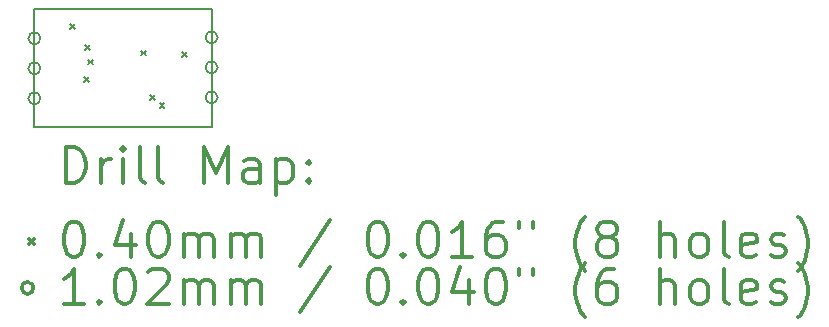
<source format=gbr>
%FSLAX45Y45*%
G04 Gerber Fmt 4.5, Leading zero omitted, Abs format (unit mm)*
G04 Created by KiCad (PCBNEW 4.0.7) date 06/11/18 20:50:23*
%MOMM*%
%LPD*%
G01*
G04 APERTURE LIST*
%ADD10C,0.127000*%
%ADD11C,0.150000*%
%ADD12C,0.200000*%
%ADD13C,0.300000*%
G04 APERTURE END LIST*
D10*
D11*
X10508000Y-11000000D02*
X10508000Y-10000000D01*
X12008000Y-10000000D02*
X12008000Y-11000000D01*
X12008000Y-11000000D02*
X10508000Y-11000000D01*
X10508000Y-10000000D02*
X12008000Y-10000000D01*
D12*
X10813000Y-10130000D02*
X10853000Y-10170000D01*
X10853000Y-10130000D02*
X10813000Y-10170000D01*
X10930000Y-10580000D02*
X10970000Y-10620000D01*
X10970000Y-10580000D02*
X10930000Y-10620000D01*
X10938000Y-10305000D02*
X10978000Y-10345000D01*
X10978000Y-10305000D02*
X10938000Y-10345000D01*
X10963000Y-10430000D02*
X11003000Y-10470000D01*
X11003000Y-10430000D02*
X10963000Y-10470000D01*
X11413000Y-10355000D02*
X11453000Y-10395000D01*
X11453000Y-10355000D02*
X11413000Y-10395000D01*
X11488000Y-10730000D02*
X11528000Y-10770000D01*
X11528000Y-10730000D02*
X11488000Y-10770000D01*
X11568000Y-10800000D02*
X11608000Y-10840000D01*
X11608000Y-10800000D02*
X11568000Y-10840000D01*
X11758000Y-10370000D02*
X11798000Y-10410000D01*
X11798000Y-10370000D02*
X11758000Y-10410000D01*
X10558800Y-10250000D02*
G75*
G03X10558800Y-10250000I-50800J0D01*
G01*
X10558800Y-10504000D02*
G75*
G03X10558800Y-10504000I-50800J0D01*
G01*
X10558800Y-10758000D02*
G75*
G03X10558800Y-10758000I-50800J0D01*
G01*
X12058800Y-10242000D02*
G75*
G03X12058800Y-10242000I-50800J0D01*
G01*
X12058800Y-10496000D02*
G75*
G03X12058800Y-10496000I-50800J0D01*
G01*
X12058800Y-10750000D02*
G75*
G03X12058800Y-10750000I-50800J0D01*
G01*
D13*
X10771929Y-11473214D02*
X10771929Y-11173214D01*
X10843357Y-11173214D01*
X10886214Y-11187500D01*
X10914786Y-11216071D01*
X10929071Y-11244643D01*
X10943357Y-11301786D01*
X10943357Y-11344643D01*
X10929071Y-11401786D01*
X10914786Y-11430357D01*
X10886214Y-11458929D01*
X10843357Y-11473214D01*
X10771929Y-11473214D01*
X11071929Y-11473214D02*
X11071929Y-11273214D01*
X11071929Y-11330357D02*
X11086214Y-11301786D01*
X11100500Y-11287500D01*
X11129071Y-11273214D01*
X11157643Y-11273214D01*
X11257643Y-11473214D02*
X11257643Y-11273214D01*
X11257643Y-11173214D02*
X11243357Y-11187500D01*
X11257643Y-11201786D01*
X11271928Y-11187500D01*
X11257643Y-11173214D01*
X11257643Y-11201786D01*
X11443357Y-11473214D02*
X11414786Y-11458929D01*
X11400500Y-11430357D01*
X11400500Y-11173214D01*
X11600500Y-11473214D02*
X11571928Y-11458929D01*
X11557643Y-11430357D01*
X11557643Y-11173214D01*
X11943357Y-11473214D02*
X11943357Y-11173214D01*
X12043357Y-11387500D01*
X12143357Y-11173214D01*
X12143357Y-11473214D01*
X12414786Y-11473214D02*
X12414786Y-11316071D01*
X12400500Y-11287500D01*
X12371928Y-11273214D01*
X12314786Y-11273214D01*
X12286214Y-11287500D01*
X12414786Y-11458929D02*
X12386214Y-11473214D01*
X12314786Y-11473214D01*
X12286214Y-11458929D01*
X12271928Y-11430357D01*
X12271928Y-11401786D01*
X12286214Y-11373214D01*
X12314786Y-11358929D01*
X12386214Y-11358929D01*
X12414786Y-11344643D01*
X12557643Y-11273214D02*
X12557643Y-11573214D01*
X12557643Y-11287500D02*
X12586214Y-11273214D01*
X12643357Y-11273214D01*
X12671928Y-11287500D01*
X12686214Y-11301786D01*
X12700500Y-11330357D01*
X12700500Y-11416071D01*
X12686214Y-11444643D01*
X12671928Y-11458929D01*
X12643357Y-11473214D01*
X12586214Y-11473214D01*
X12557643Y-11458929D01*
X12829071Y-11444643D02*
X12843357Y-11458929D01*
X12829071Y-11473214D01*
X12814786Y-11458929D01*
X12829071Y-11444643D01*
X12829071Y-11473214D01*
X12829071Y-11287500D02*
X12843357Y-11301786D01*
X12829071Y-11316071D01*
X12814786Y-11301786D01*
X12829071Y-11287500D01*
X12829071Y-11316071D01*
X10460500Y-11947500D02*
X10500500Y-11987500D01*
X10500500Y-11947500D02*
X10460500Y-11987500D01*
X10829071Y-11803214D02*
X10857643Y-11803214D01*
X10886214Y-11817500D01*
X10900500Y-11831786D01*
X10914786Y-11860357D01*
X10929071Y-11917500D01*
X10929071Y-11988929D01*
X10914786Y-12046071D01*
X10900500Y-12074643D01*
X10886214Y-12088929D01*
X10857643Y-12103214D01*
X10829071Y-12103214D01*
X10800500Y-12088929D01*
X10786214Y-12074643D01*
X10771929Y-12046071D01*
X10757643Y-11988929D01*
X10757643Y-11917500D01*
X10771929Y-11860357D01*
X10786214Y-11831786D01*
X10800500Y-11817500D01*
X10829071Y-11803214D01*
X11057643Y-12074643D02*
X11071929Y-12088929D01*
X11057643Y-12103214D01*
X11043357Y-12088929D01*
X11057643Y-12074643D01*
X11057643Y-12103214D01*
X11329071Y-11903214D02*
X11329071Y-12103214D01*
X11257643Y-11788929D02*
X11186214Y-12003214D01*
X11371928Y-12003214D01*
X11543357Y-11803214D02*
X11571928Y-11803214D01*
X11600500Y-11817500D01*
X11614786Y-11831786D01*
X11629071Y-11860357D01*
X11643357Y-11917500D01*
X11643357Y-11988929D01*
X11629071Y-12046071D01*
X11614786Y-12074643D01*
X11600500Y-12088929D01*
X11571928Y-12103214D01*
X11543357Y-12103214D01*
X11514786Y-12088929D01*
X11500500Y-12074643D01*
X11486214Y-12046071D01*
X11471928Y-11988929D01*
X11471928Y-11917500D01*
X11486214Y-11860357D01*
X11500500Y-11831786D01*
X11514786Y-11817500D01*
X11543357Y-11803214D01*
X11771928Y-12103214D02*
X11771928Y-11903214D01*
X11771928Y-11931786D02*
X11786214Y-11917500D01*
X11814786Y-11903214D01*
X11857643Y-11903214D01*
X11886214Y-11917500D01*
X11900500Y-11946071D01*
X11900500Y-12103214D01*
X11900500Y-11946071D02*
X11914786Y-11917500D01*
X11943357Y-11903214D01*
X11986214Y-11903214D01*
X12014786Y-11917500D01*
X12029071Y-11946071D01*
X12029071Y-12103214D01*
X12171928Y-12103214D02*
X12171928Y-11903214D01*
X12171928Y-11931786D02*
X12186214Y-11917500D01*
X12214786Y-11903214D01*
X12257643Y-11903214D01*
X12286214Y-11917500D01*
X12300500Y-11946071D01*
X12300500Y-12103214D01*
X12300500Y-11946071D02*
X12314786Y-11917500D01*
X12343357Y-11903214D01*
X12386214Y-11903214D01*
X12414786Y-11917500D01*
X12429071Y-11946071D01*
X12429071Y-12103214D01*
X13014786Y-11788929D02*
X12757643Y-12174643D01*
X13400500Y-11803214D02*
X13429071Y-11803214D01*
X13457643Y-11817500D01*
X13471928Y-11831786D01*
X13486214Y-11860357D01*
X13500500Y-11917500D01*
X13500500Y-11988929D01*
X13486214Y-12046071D01*
X13471928Y-12074643D01*
X13457643Y-12088929D01*
X13429071Y-12103214D01*
X13400500Y-12103214D01*
X13371928Y-12088929D01*
X13357643Y-12074643D01*
X13343357Y-12046071D01*
X13329071Y-11988929D01*
X13329071Y-11917500D01*
X13343357Y-11860357D01*
X13357643Y-11831786D01*
X13371928Y-11817500D01*
X13400500Y-11803214D01*
X13629071Y-12074643D02*
X13643357Y-12088929D01*
X13629071Y-12103214D01*
X13614786Y-12088929D01*
X13629071Y-12074643D01*
X13629071Y-12103214D01*
X13829071Y-11803214D02*
X13857643Y-11803214D01*
X13886214Y-11817500D01*
X13900500Y-11831786D01*
X13914785Y-11860357D01*
X13929071Y-11917500D01*
X13929071Y-11988929D01*
X13914785Y-12046071D01*
X13900500Y-12074643D01*
X13886214Y-12088929D01*
X13857643Y-12103214D01*
X13829071Y-12103214D01*
X13800500Y-12088929D01*
X13786214Y-12074643D01*
X13771928Y-12046071D01*
X13757643Y-11988929D01*
X13757643Y-11917500D01*
X13771928Y-11860357D01*
X13786214Y-11831786D01*
X13800500Y-11817500D01*
X13829071Y-11803214D01*
X14214785Y-12103214D02*
X14043357Y-12103214D01*
X14129071Y-12103214D02*
X14129071Y-11803214D01*
X14100500Y-11846071D01*
X14071928Y-11874643D01*
X14043357Y-11888929D01*
X14471928Y-11803214D02*
X14414785Y-11803214D01*
X14386214Y-11817500D01*
X14371928Y-11831786D01*
X14343357Y-11874643D01*
X14329071Y-11931786D01*
X14329071Y-12046071D01*
X14343357Y-12074643D01*
X14357643Y-12088929D01*
X14386214Y-12103214D01*
X14443357Y-12103214D01*
X14471928Y-12088929D01*
X14486214Y-12074643D01*
X14500500Y-12046071D01*
X14500500Y-11974643D01*
X14486214Y-11946071D01*
X14471928Y-11931786D01*
X14443357Y-11917500D01*
X14386214Y-11917500D01*
X14357643Y-11931786D01*
X14343357Y-11946071D01*
X14329071Y-11974643D01*
X14614786Y-11803214D02*
X14614786Y-11860357D01*
X14729071Y-11803214D02*
X14729071Y-11860357D01*
X15171928Y-12217500D02*
X15157643Y-12203214D01*
X15129071Y-12160357D01*
X15114785Y-12131786D01*
X15100500Y-12088929D01*
X15086214Y-12017500D01*
X15086214Y-11960357D01*
X15100500Y-11888929D01*
X15114785Y-11846071D01*
X15129071Y-11817500D01*
X15157643Y-11774643D01*
X15171928Y-11760357D01*
X15329071Y-11931786D02*
X15300500Y-11917500D01*
X15286214Y-11903214D01*
X15271928Y-11874643D01*
X15271928Y-11860357D01*
X15286214Y-11831786D01*
X15300500Y-11817500D01*
X15329071Y-11803214D01*
X15386214Y-11803214D01*
X15414785Y-11817500D01*
X15429071Y-11831786D01*
X15443357Y-11860357D01*
X15443357Y-11874643D01*
X15429071Y-11903214D01*
X15414785Y-11917500D01*
X15386214Y-11931786D01*
X15329071Y-11931786D01*
X15300500Y-11946071D01*
X15286214Y-11960357D01*
X15271928Y-11988929D01*
X15271928Y-12046071D01*
X15286214Y-12074643D01*
X15300500Y-12088929D01*
X15329071Y-12103214D01*
X15386214Y-12103214D01*
X15414785Y-12088929D01*
X15429071Y-12074643D01*
X15443357Y-12046071D01*
X15443357Y-11988929D01*
X15429071Y-11960357D01*
X15414785Y-11946071D01*
X15386214Y-11931786D01*
X15800500Y-12103214D02*
X15800500Y-11803214D01*
X15929071Y-12103214D02*
X15929071Y-11946071D01*
X15914785Y-11917500D01*
X15886214Y-11903214D01*
X15843357Y-11903214D01*
X15814785Y-11917500D01*
X15800500Y-11931786D01*
X16114785Y-12103214D02*
X16086214Y-12088929D01*
X16071928Y-12074643D01*
X16057643Y-12046071D01*
X16057643Y-11960357D01*
X16071928Y-11931786D01*
X16086214Y-11917500D01*
X16114785Y-11903214D01*
X16157643Y-11903214D01*
X16186214Y-11917500D01*
X16200500Y-11931786D01*
X16214785Y-11960357D01*
X16214785Y-12046071D01*
X16200500Y-12074643D01*
X16186214Y-12088929D01*
X16157643Y-12103214D01*
X16114785Y-12103214D01*
X16386214Y-12103214D02*
X16357643Y-12088929D01*
X16343357Y-12060357D01*
X16343357Y-11803214D01*
X16614786Y-12088929D02*
X16586214Y-12103214D01*
X16529071Y-12103214D01*
X16500500Y-12088929D01*
X16486214Y-12060357D01*
X16486214Y-11946071D01*
X16500500Y-11917500D01*
X16529071Y-11903214D01*
X16586214Y-11903214D01*
X16614786Y-11917500D01*
X16629071Y-11946071D01*
X16629071Y-11974643D01*
X16486214Y-12003214D01*
X16743357Y-12088929D02*
X16771928Y-12103214D01*
X16829071Y-12103214D01*
X16857643Y-12088929D01*
X16871929Y-12060357D01*
X16871929Y-12046071D01*
X16857643Y-12017500D01*
X16829071Y-12003214D01*
X16786214Y-12003214D01*
X16757643Y-11988929D01*
X16743357Y-11960357D01*
X16743357Y-11946071D01*
X16757643Y-11917500D01*
X16786214Y-11903214D01*
X16829071Y-11903214D01*
X16857643Y-11917500D01*
X16971928Y-12217500D02*
X16986214Y-12203214D01*
X17014786Y-12160357D01*
X17029071Y-12131786D01*
X17043357Y-12088929D01*
X17057643Y-12017500D01*
X17057643Y-11960357D01*
X17043357Y-11888929D01*
X17029071Y-11846071D01*
X17014786Y-11817500D01*
X16986214Y-11774643D01*
X16971928Y-11760357D01*
X10500500Y-12363500D02*
G75*
G03X10500500Y-12363500I-50800J0D01*
G01*
X10929071Y-12499214D02*
X10757643Y-12499214D01*
X10843357Y-12499214D02*
X10843357Y-12199214D01*
X10814786Y-12242071D01*
X10786214Y-12270643D01*
X10757643Y-12284929D01*
X11057643Y-12470643D02*
X11071929Y-12484929D01*
X11057643Y-12499214D01*
X11043357Y-12484929D01*
X11057643Y-12470643D01*
X11057643Y-12499214D01*
X11257643Y-12199214D02*
X11286214Y-12199214D01*
X11314786Y-12213500D01*
X11329071Y-12227786D01*
X11343357Y-12256357D01*
X11357643Y-12313500D01*
X11357643Y-12384929D01*
X11343357Y-12442071D01*
X11329071Y-12470643D01*
X11314786Y-12484929D01*
X11286214Y-12499214D01*
X11257643Y-12499214D01*
X11229071Y-12484929D01*
X11214786Y-12470643D01*
X11200500Y-12442071D01*
X11186214Y-12384929D01*
X11186214Y-12313500D01*
X11200500Y-12256357D01*
X11214786Y-12227786D01*
X11229071Y-12213500D01*
X11257643Y-12199214D01*
X11471928Y-12227786D02*
X11486214Y-12213500D01*
X11514786Y-12199214D01*
X11586214Y-12199214D01*
X11614786Y-12213500D01*
X11629071Y-12227786D01*
X11643357Y-12256357D01*
X11643357Y-12284929D01*
X11629071Y-12327786D01*
X11457643Y-12499214D01*
X11643357Y-12499214D01*
X11771928Y-12499214D02*
X11771928Y-12299214D01*
X11771928Y-12327786D02*
X11786214Y-12313500D01*
X11814786Y-12299214D01*
X11857643Y-12299214D01*
X11886214Y-12313500D01*
X11900500Y-12342071D01*
X11900500Y-12499214D01*
X11900500Y-12342071D02*
X11914786Y-12313500D01*
X11943357Y-12299214D01*
X11986214Y-12299214D01*
X12014786Y-12313500D01*
X12029071Y-12342071D01*
X12029071Y-12499214D01*
X12171928Y-12499214D02*
X12171928Y-12299214D01*
X12171928Y-12327786D02*
X12186214Y-12313500D01*
X12214786Y-12299214D01*
X12257643Y-12299214D01*
X12286214Y-12313500D01*
X12300500Y-12342071D01*
X12300500Y-12499214D01*
X12300500Y-12342071D02*
X12314786Y-12313500D01*
X12343357Y-12299214D01*
X12386214Y-12299214D01*
X12414786Y-12313500D01*
X12429071Y-12342071D01*
X12429071Y-12499214D01*
X13014786Y-12184929D02*
X12757643Y-12570643D01*
X13400500Y-12199214D02*
X13429071Y-12199214D01*
X13457643Y-12213500D01*
X13471928Y-12227786D01*
X13486214Y-12256357D01*
X13500500Y-12313500D01*
X13500500Y-12384929D01*
X13486214Y-12442071D01*
X13471928Y-12470643D01*
X13457643Y-12484929D01*
X13429071Y-12499214D01*
X13400500Y-12499214D01*
X13371928Y-12484929D01*
X13357643Y-12470643D01*
X13343357Y-12442071D01*
X13329071Y-12384929D01*
X13329071Y-12313500D01*
X13343357Y-12256357D01*
X13357643Y-12227786D01*
X13371928Y-12213500D01*
X13400500Y-12199214D01*
X13629071Y-12470643D02*
X13643357Y-12484929D01*
X13629071Y-12499214D01*
X13614786Y-12484929D01*
X13629071Y-12470643D01*
X13629071Y-12499214D01*
X13829071Y-12199214D02*
X13857643Y-12199214D01*
X13886214Y-12213500D01*
X13900500Y-12227786D01*
X13914785Y-12256357D01*
X13929071Y-12313500D01*
X13929071Y-12384929D01*
X13914785Y-12442071D01*
X13900500Y-12470643D01*
X13886214Y-12484929D01*
X13857643Y-12499214D01*
X13829071Y-12499214D01*
X13800500Y-12484929D01*
X13786214Y-12470643D01*
X13771928Y-12442071D01*
X13757643Y-12384929D01*
X13757643Y-12313500D01*
X13771928Y-12256357D01*
X13786214Y-12227786D01*
X13800500Y-12213500D01*
X13829071Y-12199214D01*
X14186214Y-12299214D02*
X14186214Y-12499214D01*
X14114785Y-12184929D02*
X14043357Y-12399214D01*
X14229071Y-12399214D01*
X14400500Y-12199214D02*
X14429071Y-12199214D01*
X14457643Y-12213500D01*
X14471928Y-12227786D01*
X14486214Y-12256357D01*
X14500500Y-12313500D01*
X14500500Y-12384929D01*
X14486214Y-12442071D01*
X14471928Y-12470643D01*
X14457643Y-12484929D01*
X14429071Y-12499214D01*
X14400500Y-12499214D01*
X14371928Y-12484929D01*
X14357643Y-12470643D01*
X14343357Y-12442071D01*
X14329071Y-12384929D01*
X14329071Y-12313500D01*
X14343357Y-12256357D01*
X14357643Y-12227786D01*
X14371928Y-12213500D01*
X14400500Y-12199214D01*
X14614786Y-12199214D02*
X14614786Y-12256357D01*
X14729071Y-12199214D02*
X14729071Y-12256357D01*
X15171928Y-12613500D02*
X15157643Y-12599214D01*
X15129071Y-12556357D01*
X15114785Y-12527786D01*
X15100500Y-12484929D01*
X15086214Y-12413500D01*
X15086214Y-12356357D01*
X15100500Y-12284929D01*
X15114785Y-12242071D01*
X15129071Y-12213500D01*
X15157643Y-12170643D01*
X15171928Y-12156357D01*
X15414785Y-12199214D02*
X15357643Y-12199214D01*
X15329071Y-12213500D01*
X15314785Y-12227786D01*
X15286214Y-12270643D01*
X15271928Y-12327786D01*
X15271928Y-12442071D01*
X15286214Y-12470643D01*
X15300500Y-12484929D01*
X15329071Y-12499214D01*
X15386214Y-12499214D01*
X15414785Y-12484929D01*
X15429071Y-12470643D01*
X15443357Y-12442071D01*
X15443357Y-12370643D01*
X15429071Y-12342071D01*
X15414785Y-12327786D01*
X15386214Y-12313500D01*
X15329071Y-12313500D01*
X15300500Y-12327786D01*
X15286214Y-12342071D01*
X15271928Y-12370643D01*
X15800500Y-12499214D02*
X15800500Y-12199214D01*
X15929071Y-12499214D02*
X15929071Y-12342071D01*
X15914785Y-12313500D01*
X15886214Y-12299214D01*
X15843357Y-12299214D01*
X15814785Y-12313500D01*
X15800500Y-12327786D01*
X16114785Y-12499214D02*
X16086214Y-12484929D01*
X16071928Y-12470643D01*
X16057643Y-12442071D01*
X16057643Y-12356357D01*
X16071928Y-12327786D01*
X16086214Y-12313500D01*
X16114785Y-12299214D01*
X16157643Y-12299214D01*
X16186214Y-12313500D01*
X16200500Y-12327786D01*
X16214785Y-12356357D01*
X16214785Y-12442071D01*
X16200500Y-12470643D01*
X16186214Y-12484929D01*
X16157643Y-12499214D01*
X16114785Y-12499214D01*
X16386214Y-12499214D02*
X16357643Y-12484929D01*
X16343357Y-12456357D01*
X16343357Y-12199214D01*
X16614786Y-12484929D02*
X16586214Y-12499214D01*
X16529071Y-12499214D01*
X16500500Y-12484929D01*
X16486214Y-12456357D01*
X16486214Y-12342071D01*
X16500500Y-12313500D01*
X16529071Y-12299214D01*
X16586214Y-12299214D01*
X16614786Y-12313500D01*
X16629071Y-12342071D01*
X16629071Y-12370643D01*
X16486214Y-12399214D01*
X16743357Y-12484929D02*
X16771928Y-12499214D01*
X16829071Y-12499214D01*
X16857643Y-12484929D01*
X16871929Y-12456357D01*
X16871929Y-12442071D01*
X16857643Y-12413500D01*
X16829071Y-12399214D01*
X16786214Y-12399214D01*
X16757643Y-12384929D01*
X16743357Y-12356357D01*
X16743357Y-12342071D01*
X16757643Y-12313500D01*
X16786214Y-12299214D01*
X16829071Y-12299214D01*
X16857643Y-12313500D01*
X16971928Y-12613500D02*
X16986214Y-12599214D01*
X17014786Y-12556357D01*
X17029071Y-12527786D01*
X17043357Y-12484929D01*
X17057643Y-12413500D01*
X17057643Y-12356357D01*
X17043357Y-12284929D01*
X17029071Y-12242071D01*
X17014786Y-12213500D01*
X16986214Y-12170643D01*
X16971928Y-12156357D01*
M02*

</source>
